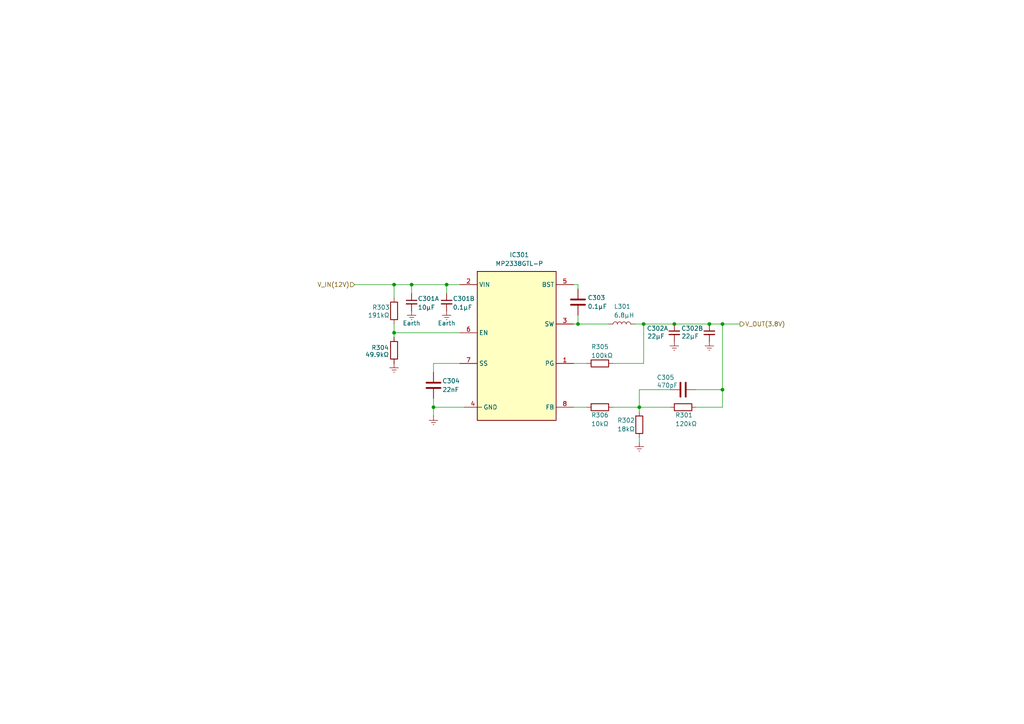
<source format=kicad_sch>
(kicad_sch (version 20231120) (generator "eeschema") (generator_version "8.0")
  (paper "A4")
  (lib_symbols
    (symbol "Device:C" (pin_numbers hide) (pin_names (offset 0.254))
      (property "Reference" "C" (at 0.635 2.54 0))
      (property "Value" "C" (at 0.635 -2.54 0))
      (symbol "C_0_1"
        (polyline (pts (xy -2.032 -0.762) (xy 2.032 -0.762)) (stroke (width 0.508)))
        (polyline (pts (xy -2.032 0.762) (xy 2.032 0.762)) (stroke (width 0.508)))
      )
      (symbol "C_1_1"
        (pin passive line (at 0 3.81 270) (length 2.794) (name "~") (number "1"))
        (pin passive line (at 0 -3.81 90) (length 2.794) (name "~") (number "2"))
      )
    )
    (symbol "Device:C_Small" (pin_numbers hide) (pin_names (offset 0.254) hide)
      (property "Reference" "C" (at 0.254 1.778 0))
      (property "Value" "C_Small" (at 0.254 -2.032 0))
      (symbol "C_Small_0_1"
        (polyline (pts (xy -1.524 -0.508) (xy 1.524 -0.508)) (stroke (width 0.3302)))
        (polyline (pts (xy -1.524 0.508) (xy 1.524 0.508)) (stroke (width 0.3048)))
      )
      (symbol "C_Small_1_1"
        (pin passive line (at 0 2.54 270) (length 2.032) (name "~") (number "1"))
        (pin passive line (at 0 -2.54 90) (length 2.032) (name "~") (number "2"))
      )
    )
    (symbol "Device:L" (pin_numbers hide) (pin_names (offset 1.016) hide)
      (property "Reference" "L" (at -1.27 0 90))
      (property "Value" "L" (at 1.905 0 90))
      (symbol "L_0_1"
        (arc (start 0 -2.54) (mid 0.6323 -1.905) (end 0 -1.27))
        (arc (start 0 -1.27) (mid 0.6323 -0.635) (end 0 0))
        (arc (start 0 0) (mid 0.6323 0.635) (end 0 1.27))
        (arc (start 0 1.27) (mid 0.6323 1.905) (end 0 2.54))
      )
      (symbol "L_1_1"
        (pin passive line (at 0 3.81 270) (length 1.27) (name "1") (number "1"))
        (pin passive line (at 0 -3.81 90) (length 1.27) (name "2") (number "2"))
      )
    )
    (symbol "Device:R" (pin_numbers hide) (pin_names (offset 0))
      (property "Reference" "R" (at 2.032 0 90))
      (property "Value" "R" (at 0 0 90))
      (symbol "R_0_1"
        (rectangle (start -1.016 -2.54) (end 1.016 2.54) (stroke (width 0.254)))
      )
      (symbol "R_1_1"
        (pin passive line (at 0 3.81 270) (length 1.27) (name "~") (number "1"))
        (pin passive line (at 0 -3.81 90) (length 1.27) (name "~") (number "2"))
      )
    )
    (symbol "MP2338GTL-P:MP2338GTL-P"
      (property "Reference" "IC1" (at 14.605 6.35 0))
      (property "Value" "MP2338GTL-P" (at 14.605 3.81 0))
      (symbol "MP2338GTL-P_1_1"
        (rectangle (start 5.08 1.27) (end 27.94 -41.91) (stroke (width 0.254)) (fill (type background)))
        (pin passive line (at 33.02 -25.4 180) (length 5.08) (name "PG") (number "1"))
        (pin passive line (at 0 -2.54 0) (length 5.08) (name "VIN") (number "2"))
        (pin passive line (at 33.02 -13.97 180) (length 5.08) (name "SW") (number "3"))
        (pin passive line (at 1.27 -38.1 0) (length 5.08) (name "GND") (number "4"))
        (pin passive line (at 33.02 -2.54 180) (length 5.08) (name "BST") (number "5"))
        (pin passive line (at 0 -16.51 0) (length 5.08) (name "EN") (number "6"))
        (pin passive line (at 0 -25.4 0) (length 5.08) (name "SS") (number "7"))
        (pin passive line (at 33.02 -38.1 180) (length 5.08) (name "FB") (number "8"))
      )
    )
    (symbol "power:Earth" (power) (pin_numbers hide) (pin_names (offset 0) hide)
      (property "Value" "Earth" (at 0 -3.81 0))
      (symbol "Earth_0_1"
        (polyline (pts (xy -0.635 -1.905) (xy 0.635 -1.905)))
        (polyline (pts (xy -0.127 -2.54) (xy 0.127 -2.54)))
        (polyline (pts (xy 0 -1.27) (xy 0 0)))
        (polyline (pts (xy 1.27 -1.27) (xy -1.27 -1.27)))
      )
      (symbol "Earth_1_1"
        (pin power_in line (at 0 0 270) (length 0) (name "~") (number "1"))
      )
    )
  )
  (junction (at 167.64 93.98))
  (junction (at 129.54 82.55))
  (junction (at 125.73 118.11))
  (junction (at 186.69 93.98))
  (junction (at 114.3 96.52))
  (junction (at 205.74 93.98))
  (junction (at 195.58 93.98))
  (junction (at 119.38 82.55))
  (junction (at 209.55 93.98))
  (junction (at 185.42 118.11))
  (junction (at 114.3 82.55))
  (junction (at 209.55 113.03))
  (wire (pts (xy 114.3 96.52) (xy 133.35 96.52)))
  (wire (pts (xy 114.3 96.52) (xy 114.3 97.79)))
  (wire (pts (xy 209.55 93.98) (xy 209.55 113.03)))
  (wire (pts (xy 114.3 93.98) (xy 114.3 96.52)))
  (wire (pts (xy 201.93 118.11) (xy 209.55 118.11)))
  (wire (pts (xy 129.54 82.55) (xy 133.35 82.55)))
  (wire (pts (xy 177.8 105.41) (xy 186.69 105.41)))
  (wire (pts (xy 166.37 105.41) (xy 170.18 105.41)))
  (wire (pts (xy 195.58 93.98) (xy 205.74 93.98)))
  (wire (pts (xy 185.42 113.03) (xy 185.42 118.11)))
  (wire (pts (xy 114.3 82.55) (xy 114.3 86.36)))
  (wire (pts (xy 186.69 93.98) (xy 195.58 93.98)))
  (wire (pts (xy 209.55 93.98) (xy 214.63 93.98)))
  (wire (pts (xy 125.73 118.11) (xy 125.73 120.65)))
  (wire (pts (xy 119.38 82.55) (xy 129.54 82.55)))
  (wire (pts (xy 205.74 93.98) (xy 209.55 93.98)))
  (wire (pts (xy 125.73 115.57) (xy 125.73 118.11)))
  (wire (pts (xy 186.69 93.98) (xy 186.69 105.41)))
  (wire (pts (xy 167.64 91.44) (xy 167.64 93.98)))
  (wire (pts (xy 177.8 118.11) (xy 185.42 118.11)))
  (wire (pts (xy 185.42 113.03) (xy 194.31 113.03)))
  (wire (pts (xy 114.3 82.55) (xy 119.38 82.55)))
  (wire (pts (xy 102.87 82.55) (xy 114.3 82.55)))
  (wire (pts (xy 166.37 93.98) (xy 167.64 93.98)))
  (wire (pts (xy 201.93 113.03) (xy 209.55 113.03)))
  (wire (pts (xy 166.37 82.55) (xy 167.64 82.55)))
  (wire (pts (xy 133.35 105.41) (xy 125.73 105.41)))
  (wire (pts (xy 125.73 105.41) (xy 125.73 107.95)))
  (wire (pts (xy 167.64 93.98) (xy 176.53 93.98)))
  (wire (pts (xy 185.42 119.38) (xy 185.42 118.11)))
  (wire (pts (xy 184.15 93.98) (xy 186.69 93.98)))
  (wire (pts (xy 125.73 118.11) (xy 134.62 118.11)))
  (wire (pts (xy 209.55 113.03) (xy 209.55 118.11)))
  (wire (pts (xy 129.54 85.09) (xy 129.54 82.55)))
  (wire (pts (xy 166.37 118.11) (xy 170.18 118.11)))
  (wire (pts (xy 167.64 82.55) (xy 167.64 83.82)))
  (wire (pts (xy 185.42 127) (xy 185.42 128.27)))
  (wire (pts (xy 185.42 118.11) (xy 194.31 118.11)))
  (wire (pts (xy 119.38 85.09) (xy 119.38 82.55)))
  (hierarchical_label "V_OUT(3.8V)" (shape output) (at 214.63 93.98 0))
  (hierarchical_label "V_IN(12V)" (shape input) (at 102.87 82.55 180))
  (symbol (lib_id "power:Earth") (at 125.73 120.65 0) (unit 1)
    (property "Reference" "#PWR01" (effects (hide yes)))
    (property "Value" "Earth" (effects (hide yes)))
    (property "Description" "Power symbol creates a global label with name \"Earth\"" (effects (hide yes)))
  )
  (symbol (lib_id "power:Earth") (at 119.38 90.17 0) (unit 1)
    (property "Reference" "#PWR04" (effects (hide yes)))
    (property "Value" "Earth" (at 119.38 93.726 0))
    (property "Description" "Power symbol creates a global label with name \"Earth\"" (effects (hide yes)))
  )
  (symbol (lib_id "MP2338GTL-P:MP2338GTL-P") (at 133.35 80.01 0) (unit 1)
    (property "Reference" "IC301" (at 150.622 73.914 0))
    (property "Value" "MP2338GTL-P" (at 150.622 76.454 0))
    (property "Footprint" "SOTFL50P160X60-8N" (effects (hide yes)))
    (property "Datasheet" "https://www.monolithicpower.com/en/documentview/productdocument/index/version/2/document_type/Datasheet/lang/en/sku/MP2338GTL/document_id/9461/" (effects (hide yes)))
    (property "Description" "Switching Voltage Regulators High-Efficiency,28V,3A,430kHz Synchronous Buck with PG and ext.SS In SOT583 Package" (effects (hide yes)))
    (property "Height" "0.6" (effects (hide yes)))
    (property "Manufacturer_Name" "Monolithic Power Systems (MPS)" (effects (hide yes)))
    (property "Manufacturer_Part_Number" "MP2338GTL-P" (effects (hide yes)))
    (property "Mouser Part Number" "946-MP2338GTL-P" (effects (hide yes)))
    (property "Mouser Price/Stock" "https://www.mouser.co.uk/ProductDetail/Monolithic-Power-Systems-MPS/MP2338GTL-P?qs=Li%252BoUPsLEnuzkouOjBAPOg%3D%3D" (effects (hide yes)))
  )
  (symbol (lib_id "Device:R") (at 198.12 118.11 90) (unit 1)
    (property "Reference" "R301" (at 195.834 120.396 90) (effects (justify right)))
    (property "Value" "120kΩ" (at 195.834 122.936 90) (effects (justify right)))
    (property "Description" "Resistor" (effects (hide yes)))
  )
  (symbol (lib_id "power:Earth") (at 185.42 128.27 0) (unit 1)
    (property "Reference" "#PWR02" (effects (hide yes)))
    (property "Value" "Earth" (effects (hide yes)))
    (property "Description" "Power symbol creates a global label with name \"Earth\"" (effects (hide yes)))
  )
  (symbol (lib_id "Device:C_Small") (at 205.74 96.52 0) (unit 1)
    (property "Reference" "C302B" (at 203.962 95.25 0) (effects (justify right)))
    (property "Value" "22μF" (at 202.692 97.536 0) (effects (justify right)))
    (property "Description" "Unpolarized capacitor, small symbol" (effects (hide yes)))
  )
  (symbol (lib_id "Device:C_Small") (at 195.58 96.52 0) (unit 1)
    (property "Reference" "C302A" (at 193.802 95.25 0) (effects (justify right)))
    (property "Value" "22μF" (at 192.786 97.536 0) (effects (justify right)))
    (property "Description" "Unpolarized capacitor, small symbol" (effects (hide yes)))
  )
  (symbol (lib_id "Device:R") (at 173.99 118.11 90) (unit 1)
    (property "Reference" "R306" (at 171.45 120.396 90) (effects (justify right)))
    (property "Value" "10kΩ" (at 171.45 122.936 90) (effects (justify right)))
    (property "Description" "Resistor" (effects (hide yes)))
  )
  (symbol (lib_id "Device:R") (at 185.42 123.19 180) (unit 1)
    (property "Reference" "R302" (at 184.15 121.92 0) (effects (justify left)))
    (property "Value" "18kΩ" (at 184.15 124.46 0) (effects (justify left)))
    (property "Description" "Resistor" (effects (hide yes)))
  )
  (symbol (lib_id "power:Earth") (at 205.74 99.06 0) (unit 1)
    (property "Reference" "#PWR07" (effects (hide yes)))
    (property "Value" "Earth" (effects (hide yes)))
    (property "Description" "Power symbol creates a global label with name \"Earth\"" (effects (hide yes)))
  )
  (symbol (lib_id "power:Earth") (at 114.3 105.41 0) (unit 1)
    (property "Reference" "#PWR06" (effects (hide yes)))
    (property "Value" "Earth" (effects (hide yes)))
    (property "Description" "Power symbol creates a global label with name \"Earth\"" (effects (hide yes)))
  )
  (symbol (lib_id "Device:R") (at 114.3 101.6 0) (unit 1)
    (property "Reference" "R304" (at 107.696 100.838 0) (effects (justify left)))
    (property "Value" "49.9kΩ" (at 105.918 102.87 0) (effects (justify left)))
    (property "Description" "Resistor" (effects (hide yes)))
  )
  (symbol (lib_id "power:Earth") (at 129.54 90.17 0) (unit 1)
    (property "Reference" "#PWR05" (effects (hide yes)))
    (property "Value" "Earth" (at 129.54 93.726 0))
    (property "Description" "Power symbol creates a global label with name \"Earth\"" (effects (hide yes)))
  )
  (symbol (lib_id "Device:C_Small") (at 119.38 87.63 0) (unit 1)
    (property "Reference" "C301A" (at 121.158 86.614 0) (effects (justify left)))
    (property "Value" "10μF" (at 121.158 89.154 0) (effects (justify left)))
    (property "Description" "Unpolarized capacitor, small symbol" (effects (hide yes)))
  )
  (symbol (lib_id "Device:L") (at 180.34 93.98 90) (unit 1)
    (property "Reference" "L301" (at 178.054 88.9 90) (effects (justify right)))
    (property "Value" "6.8μH" (at 178.054 91.44 90) (effects (justify right)))
    (property "Description" "Inductor" (effects (hide yes)))
  )
  (symbol (lib_id "Device:C") (at 167.64 87.63 0) (unit 1)
    (property "Reference" "C303" (at 170.434 86.36 0) (effects (justify left)))
    (property "Value" "0.1μF" (at 170.434 88.9 0) (effects (justify left)))
    (property "Description" "Unpolarized capacitor" (effects (hide yes)))
  )
  (symbol (lib_id "Device:C_Small") (at 129.54 87.63 0) (unit 1)
    (property "Reference" "C301B" (at 131.318 86.614 0) (effects (justify left)))
    (property "Value" "0.1μF" (at 131.318 89.154 0) (effects (justify left)))
    (property "Description" "Unpolarized capacitor, small symbol" (effects (hide yes)))
  )
  (symbol (lib_id "Device:R") (at 173.99 105.41 90) (unit 1)
    (property "Reference" "R305" (at 171.45 100.584 90) (effects (justify right)))
    (property "Value" "100kΩ" (at 171.45 103.124 90) (effects (justify right)))
    (property "Description" "Resistor" (effects (hide yes)))
  )
  (symbol (lib_id "Device:C") (at 125.73 111.76 0) (unit 1)
    (property "Reference" "C304" (at 128.27 110.49 0) (effects (justify left)))
    (property "Value" "22nF" (at 128.27 113.03 0) (effects (justify left)))
    (property "Description" "Unpolarized capacitor" (effects (hide yes)))
  )
  (symbol (lib_id "Device:C") (at 198.12 113.03 90) (unit 1)
    (property "Reference" "C305" (at 193.04 109.474 90))
    (property "Value" "470pF" (at 193.548 111.76 90))
    (property "Description" "Unpolarized capacitor" (effects (hide yes)))
  )
  (symbol (lib_id "Device:R") (at 114.3 90.17 0) (unit 1)
    (property "Reference" "R303" (at 107.95 89.154 0) (effects (justify left)))
    (property "Value" "191kΩ" (at 106.68 91.44 0) (effects (justify left)))
    (property "Description" "Resistor" (effects (hide yes)))
  )
  (symbol (lib_id "power:Earth") (at 195.58 99.06 0) (unit 1)
    (property "Reference" "#PWR03" (effects (hide yes)))
    (property "Value" "Earth" (effects (hide yes)))
    (property "Description" "Power symbol creates a global label with name \"Earth\"" (effects (hide yes)))
  )
)
</source>
